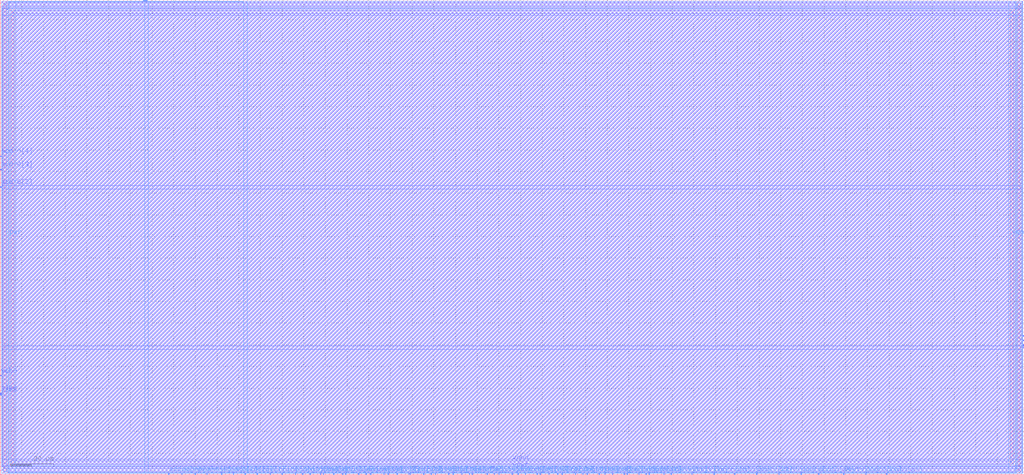
<source format=lef>
VERSION 5.4 ;
NAMESCASESENSITIVE ON ;
BUSBITCHARS "[]" ;
DIVIDERCHAR "/" ;
UNITS
  DATABASE MICRONS 2000 ;
END UNITS
MACRO sram_1rw0r0w_32_256_sky130
   CLASS BLOCK ;
   SIZE 472.3 BY 219.34 ;
   SYMMETRY X Y R90 ;
   PIN din0[0]
      DIRECTION INPUT ;
      PORT
         LAYER met4 ;
         RECT  112.88 0.0 113.26 0.38 ;
      END
   END din0[0]
   PIN din0[1]
      DIRECTION INPUT ;
      PORT
         LAYER met4 ;
         RECT  118.32 0.0 118.7 0.38 ;
      END
   END din0[1]
   PIN din0[2]
      DIRECTION INPUT ;
      PORT
         LAYER met4 ;
         RECT  124.44 0.0 124.82 0.38 ;
      END
   END din0[2]
   PIN din0[3]
      DIRECTION INPUT ;
      PORT
         LAYER met4 ;
         RECT  129.88 0.0 130.26 0.38 ;
      END
   END din0[3]
   PIN din0[4]
      DIRECTION INPUT ;
      PORT
         LAYER met4 ;
         RECT  136.0 0.0 136.38 0.38 ;
      END
   END din0[4]
   PIN din0[5]
      DIRECTION INPUT ;
      PORT
         LAYER met4 ;
         RECT  142.8 0.0 143.18 0.38 ;
      END
   END din0[5]
   PIN din0[6]
      DIRECTION INPUT ;
      PORT
         LAYER met4 ;
         RECT  147.56 0.0 147.94 0.38 ;
      END
   END din0[6]
   PIN din0[7]
      DIRECTION INPUT ;
      PORT
         LAYER met4 ;
         RECT  153.68 0.0 154.06 0.38 ;
      END
   END din0[7]
   PIN din0[8]
      DIRECTION INPUT ;
      PORT
         LAYER met4 ;
         RECT  159.12 0.0 159.5 0.38 ;
      END
   END din0[8]
   PIN din0[9]
      DIRECTION INPUT ;
      PORT
         LAYER met4 ;
         RECT  165.24 0.0 165.62 0.38 ;
      END
   END din0[9]
   PIN din0[10]
      DIRECTION INPUT ;
      PORT
         LAYER met4 ;
         RECT  170.68 0.0 171.06 0.38 ;
      END
   END din0[10]
   PIN din0[11]
      DIRECTION INPUT ;
      PORT
         LAYER met4 ;
         RECT  176.8 0.0 177.18 0.38 ;
      END
   END din0[11]
   PIN din0[12]
      DIRECTION INPUT ;
      PORT
         LAYER met4 ;
         RECT  182.92 0.0 183.3 0.38 ;
      END
   END din0[12]
   PIN din0[13]
      DIRECTION INPUT ;
      PORT
         LAYER met4 ;
         RECT  188.36 0.0 188.74 0.38 ;
      END
   END din0[13]
   PIN din0[14]
      DIRECTION INPUT ;
      PORT
         LAYER met4 ;
         RECT  195.16 0.0 195.54 0.38 ;
      END
   END din0[14]
   PIN din0[15]
      DIRECTION INPUT ;
      PORT
         LAYER met4 ;
         RECT  200.6 0.0 200.98 0.38 ;
      END
   END din0[15]
   PIN din0[16]
      DIRECTION INPUT ;
      PORT
         LAYER met4 ;
         RECT  206.72 0.0 207.1 0.38 ;
      END
   END din0[16]
   PIN din0[17]
      DIRECTION INPUT ;
      PORT
         LAYER met4 ;
         RECT  212.84 0.0 213.22 0.38 ;
      END
   END din0[17]
   PIN din0[18]
      DIRECTION INPUT ;
      PORT
         LAYER met4 ;
         RECT  217.6 0.0 217.98 0.38 ;
      END
   END din0[18]
   PIN din0[19]
      DIRECTION INPUT ;
      PORT
         LAYER met4 ;
         RECT  224.4 0.0 224.78 0.38 ;
      END
   END din0[19]
   PIN din0[20]
      DIRECTION INPUT ;
      PORT
         LAYER met4 ;
         RECT  229.84 0.0 230.22 0.38 ;
      END
   END din0[20]
   PIN din0[21]
      DIRECTION INPUT ;
      PORT
         LAYER met4 ;
         RECT  235.96 0.0 236.34 0.38 ;
      END
   END din0[21]
   PIN din0[22]
      DIRECTION INPUT ;
      PORT
         LAYER met4 ;
         RECT  242.08 0.0 242.46 0.38 ;
      END
   END din0[22]
   PIN din0[23]
      DIRECTION INPUT ;
      PORT
         LAYER met4 ;
         RECT  247.52 0.0 247.9 0.38 ;
      END
   END din0[23]
   PIN din0[24]
      DIRECTION INPUT ;
      PORT
         LAYER met4 ;
         RECT  252.96 0.0 253.34 0.38 ;
      END
   END din0[24]
   PIN din0[25]
      DIRECTION INPUT ;
      PORT
         LAYER met4 ;
         RECT  259.08 0.0 259.46 0.38 ;
      END
   END din0[25]
   PIN din0[26]
      DIRECTION INPUT ;
      PORT
         LAYER met4 ;
         RECT  265.2 0.0 265.58 0.38 ;
      END
   END din0[26]
   PIN din0[27]
      DIRECTION INPUT ;
      PORT
         LAYER met4 ;
         RECT  270.64 0.0 271.02 0.38 ;
      END
   END din0[27]
   PIN din0[28]
      DIRECTION INPUT ;
      PORT
         LAYER met4 ;
         RECT  276.08 0.0 276.46 0.38 ;
      END
   END din0[28]
   PIN din0[29]
      DIRECTION INPUT ;
      PORT
         LAYER met4 ;
         RECT  282.2 0.0 282.58 0.38 ;
      END
   END din0[29]
   PIN din0[30]
      DIRECTION INPUT ;
      PORT
         LAYER met4 ;
         RECT  287.64 0.0 288.02 0.38 ;
      END
   END din0[30]
   PIN din0[31]
      DIRECTION INPUT ;
      PORT
         LAYER met4 ;
         RECT  294.44 0.0 294.82 0.38 ;
      END
   END din0[31]
   PIN din0[32]
      DIRECTION INPUT ;
      PORT
         LAYER met4 ;
         RECT  299.2 0.0 299.58 0.38 ;
      END
   END din0[32]
   PIN addr0[0]
      DIRECTION INPUT ;
      PORT
         LAYER met4 ;
         RECT  77.52 0.0 77.9 0.38 ;
      END
   END addr0[0]
   PIN addr0[1]
      DIRECTION INPUT ;
      PORT
         LAYER met4 ;
         RECT  83.64 0.0 84.02 0.38 ;
      END
   END addr0[1]
   PIN addr0[2]
      DIRECTION INPUT ;
      PORT
         LAYER met3 ;
         RECT  0.0 132.6 0.38 132.98 ;
      END
   END addr0[2]
   PIN addr0[3]
      DIRECTION INPUT ;
      PORT
         LAYER met3 ;
         RECT  0.0 140.76 0.38 141.14 ;
      END
   END addr0[3]
   PIN addr0[4]
      DIRECTION INPUT ;
      PORT
         LAYER met3 ;
         RECT  0.0 146.88 0.38 147.26 ;
      END
   END addr0[4]
   PIN addr0[5]
      DIRECTION INPUT ;
      PORT
         LAYER met4 ;
         RECT  67.32 218.96 67.7 219.34 ;
      END
   END addr0[5]
   PIN addr0[6]
      DIRECTION INPUT ;
      PORT
         LAYER met4 ;
         RECT  66.64 218.96 67.02 219.34 ;
      END
   END addr0[6]
   PIN addr0[7]
      DIRECTION INPUT ;
      PORT
         LAYER met4 ;
         RECT  65.96 218.96 66.34 219.34 ;
      END
   END addr0[7]
   PIN csb0
      DIRECTION INPUT ;
      PORT
         LAYER met3 ;
         RECT  0.0 36.72 0.38 37.1 ;
      END
   END csb0
   PIN web0
      DIRECTION INPUT ;
      PORT
         LAYER met3 ;
         RECT  0.0 45.56 0.38 45.94 ;
      END
   END web0
   PIN clk0
      DIRECTION INPUT ;
      PORT
         LAYER met3 ;
         RECT  0.0 37.4 0.38 37.78 ;
      END
   END clk0
   PIN wmask0[0]
      DIRECTION INPUT ;
      PORT
         LAYER met4 ;
         RECT  89.76 0.0 90.14 0.38 ;
      END
   END wmask0[0]
   PIN wmask0[1]
      DIRECTION INPUT ;
      PORT
         LAYER met4 ;
         RECT  95.2 0.0 95.58 0.38 ;
      END
   END wmask0[1]
   PIN wmask0[2]
      DIRECTION INPUT ;
      PORT
         LAYER met4 ;
         RECT  102.0 0.0 102.38 0.38 ;
      END
   END wmask0[2]
   PIN wmask0[3]
      DIRECTION INPUT ;
      PORT
         LAYER met4 ;
         RECT  107.44 0.0 107.82 0.38 ;
      END
   END wmask0[3]
   PIN spare_wen0[0]
      DIRECTION INPUT ;
      PORT
         LAYER met4 ;
         RECT  306.0 0.0 306.38 0.38 ;
      END
   END spare_wen0[0]
   PIN dout0[0]
      DIRECTION OUTPUT ;
      PORT
         LAYER met4 ;
         RECT  139.4 0.0 139.78 0.38 ;
      END
   END dout0[0]
   PIN dout0[1]
      DIRECTION OUTPUT ;
      PORT
         LAYER met4 ;
         RECT  148.92 0.0 149.3 0.38 ;
      END
   END dout0[1]
   PIN dout0[2]
      DIRECTION OUTPUT ;
      PORT
         LAYER met4 ;
         RECT  157.76 0.0 158.14 0.38 ;
      END
   END dout0[2]
   PIN dout0[3]
      DIRECTION OUTPUT ;
      PORT
         LAYER met4 ;
         RECT  168.64 0.0 169.02 0.38 ;
      END
   END dout0[3]
   PIN dout0[4]
      DIRECTION OUTPUT ;
      PORT
         LAYER met4 ;
         RECT  178.84 0.0 179.22 0.38 ;
      END
   END dout0[4]
   PIN dout0[5]
      DIRECTION OUTPUT ;
      PORT
         LAYER met4 ;
         RECT  189.04 0.0 189.42 0.38 ;
      END
   END dout0[5]
   PIN dout0[6]
      DIRECTION OUTPUT ;
      PORT
         LAYER met4 ;
         RECT  198.56 0.0 198.94 0.38 ;
      END
   END dout0[6]
   PIN dout0[7]
      DIRECTION OUTPUT ;
      PORT
         LAYER met4 ;
         RECT  208.76 0.0 209.14 0.38 ;
      END
   END dout0[7]
   PIN dout0[8]
      DIRECTION OUTPUT ;
      PORT
         LAYER met4 ;
         RECT  216.24 0.0 216.62 0.38 ;
      END
   END dout0[8]
   PIN dout0[9]
      DIRECTION OUTPUT ;
      PORT
         LAYER met4 ;
         RECT  227.8 0.0 228.18 0.38 ;
      END
   END dout0[9]
   PIN dout0[10]
      DIRECTION OUTPUT ;
      PORT
         LAYER met4 ;
         RECT  238.68 0.0 239.06 0.38 ;
      END
   END dout0[10]
   PIN dout0[11]
      DIRECTION OUTPUT ;
      PORT
         LAYER met4 ;
         RECT  248.88 0.0 249.26 0.38 ;
      END
   END dout0[11]
   PIN dout0[12]
      DIRECTION OUTPUT ;
      PORT
         LAYER met4 ;
         RECT  257.04 0.0 257.42 0.38 ;
      END
   END dout0[12]
   PIN dout0[13]
      DIRECTION OUTPUT ;
      PORT
         LAYER met4 ;
         RECT  268.6 0.0 268.98 0.38 ;
      END
   END dout0[13]
   PIN dout0[14]
      DIRECTION OUTPUT ;
      PORT
         LAYER met4 ;
         RECT  278.8 0.0 279.18 0.38 ;
      END
   END dout0[14]
   PIN dout0[15]
      DIRECTION OUTPUT ;
      PORT
         LAYER met4 ;
         RECT  289.0 0.0 289.38 0.38 ;
      END
   END dout0[15]
   PIN dout0[16]
      DIRECTION OUTPUT ;
      PORT
         LAYER met4 ;
         RECT  297.84 0.0 298.22 0.38 ;
      END
   END dout0[16]
   PIN dout0[17]
      DIRECTION OUTPUT ;
      PORT
         LAYER met4 ;
         RECT  309.4 0.0 309.78 0.38 ;
      END
   END dout0[17]
   PIN dout0[18]
      DIRECTION OUTPUT ;
      PORT
         LAYER met4 ;
         RECT  318.92 0.0 319.3 0.38 ;
      END
   END dout0[18]
   PIN dout0[19]
      DIRECTION OUTPUT ;
      PORT
         LAYER met4 ;
         RECT  329.12 0.0 329.5 0.38 ;
      END
   END dout0[19]
   PIN dout0[20]
      DIRECTION OUTPUT ;
      PORT
         LAYER met4 ;
         RECT  338.64 0.0 339.02 0.38 ;
      END
   END dout0[20]
   PIN dout0[21]
      DIRECTION OUTPUT ;
      PORT
         LAYER met4 ;
         RECT  348.84 0.0 349.22 0.38 ;
      END
   END dout0[21]
   PIN dout0[22]
      DIRECTION OUTPUT ;
      PORT
         LAYER met4 ;
         RECT  359.04 0.0 359.42 0.38 ;
      END
   END dout0[22]
   PIN dout0[23]
      DIRECTION OUTPUT ;
      PORT
         LAYER met4 ;
         RECT  369.24 0.0 369.62 0.38 ;
      END
   END dout0[23]
   PIN dout0[24]
      DIRECTION OUTPUT ;
      PORT
         LAYER met4 ;
         RECT  377.4 0.0 377.78 0.38 ;
      END
   END dout0[24]
   PIN dout0[25]
      DIRECTION OUTPUT ;
      PORT
         LAYER met4 ;
         RECT  388.96 0.0 389.34 0.38 ;
      END
   END dout0[25]
   PIN dout0[26]
      DIRECTION OUTPUT ;
      PORT
         LAYER met4 ;
         RECT  399.16 0.0 399.54 0.38 ;
      END
   END dout0[26]
   PIN dout0[27]
      DIRECTION OUTPUT ;
      PORT
         LAYER met4 ;
         RECT  408.68 0.0 409.06 0.38 ;
      END
   END dout0[27]
   PIN dout0[28]
      DIRECTION OUTPUT ;
      PORT
         LAYER met3 ;
         RECT  471.92 58.48 472.3 58.86 ;
      END
   END dout0[28]
   PIN dout0[29]
      DIRECTION OUTPUT ;
      PORT
         LAYER met3 ;
         RECT  471.92 59.16 472.3 59.54 ;
      END
   END dout0[29]
   PIN dout0[30]
      DIRECTION OUTPUT ;
      PORT
         LAYER met3 ;
         RECT  471.92 63.92 472.3 64.3 ;
      END
   END dout0[30]
   PIN dout0[31]
      DIRECTION OUTPUT ;
      PORT
         LAYER met3 ;
         RECT  471.92 59.84 472.3 60.22 ;
      END
   END dout0[31]
   PIN dout0[32]
      DIRECTION OUTPUT ;
      PORT
         LAYER met3 ;
         RECT  471.92 61.88 472.3 62.26 ;
      END
   END dout0[32]
   PIN vpwr
      DIRECTION INOUT ;
      USE POWER ; 
      SHAPE ABUTMENT ; 
      PORT
         LAYER met4 ;
         RECT  469.2 1.36 470.94 217.98 ;
         LAYER met3 ;
         RECT  1.36 216.24 470.94 217.98 ;
         LAYER met3 ;
         RECT  1.36 1.36 470.94 3.1 ;
         LAYER met4 ;
         RECT  1.36 1.36 3.1 217.98 ;
      END
   END vpwr
   PIN vgnd
      DIRECTION INOUT ;
      USE GROUND ; 
      SHAPE ABUTMENT ; 
      PORT
         LAYER met4 ;
         RECT  4.76 4.76 6.5 214.58 ;
         LAYER met3 ;
         RECT  4.76 212.84 467.54 214.58 ;
         LAYER met3 ;
         RECT  4.76 4.76 467.54 6.5 ;
         LAYER met4 ;
         RECT  465.8 4.76 467.54 214.58 ;
      END
   END vgnd
   OBS
   LAYER  met1 ;
      RECT  0.62 0.62 471.68 218.72 ;
   LAYER  met2 ;
      RECT  0.62 0.62 471.68 218.72 ;
   LAYER  met3 ;
      RECT  0.98 132.0 471.68 133.58 ;
      RECT  0.62 133.58 0.98 140.16 ;
      RECT  0.62 141.74 0.98 146.28 ;
      RECT  0.62 46.54 0.98 132.0 ;
      RECT  0.62 38.38 0.98 44.96 ;
      RECT  0.98 57.88 471.32 59.46 ;
      RECT  0.98 59.46 471.32 132.0 ;
      RECT  471.32 64.9 471.68 132.0 ;
      RECT  471.32 60.82 471.68 61.28 ;
      RECT  471.32 62.86 471.68 63.32 ;
      RECT  0.98 218.58 471.54 218.72 ;
      RECT  471.54 133.58 471.68 215.64 ;
      RECT  471.54 215.64 471.68 218.58 ;
      RECT  471.54 218.58 471.68 218.72 ;
      RECT  0.62 147.86 0.76 215.64 ;
      RECT  0.62 215.64 0.76 218.58 ;
      RECT  0.62 218.58 0.76 218.72 ;
      RECT  0.76 147.86 0.98 215.64 ;
      RECT  0.76 218.58 0.98 218.72 ;
      RECT  0.62 0.62 0.76 0.76 ;
      RECT  0.62 0.76 0.76 3.7 ;
      RECT  0.62 3.7 0.76 36.12 ;
      RECT  0.76 0.62 0.98 0.76 ;
      RECT  0.76 3.7 0.98 36.12 ;
      RECT  0.98 0.62 471.32 0.76 ;
      RECT  471.32 0.62 471.54 0.76 ;
      RECT  471.32 3.7 471.54 57.88 ;
      RECT  471.54 0.62 471.68 0.76 ;
      RECT  471.54 0.76 471.68 3.7 ;
      RECT  471.54 3.7 471.68 57.88 ;
      RECT  0.98 133.58 4.16 212.24 ;
      RECT  0.98 212.24 4.16 215.18 ;
      RECT  0.98 215.18 4.16 215.64 ;
      RECT  4.16 133.58 468.14 212.24 ;
      RECT  4.16 215.18 468.14 215.64 ;
      RECT  468.14 133.58 471.54 212.24 ;
      RECT  468.14 212.24 471.54 215.18 ;
      RECT  468.14 215.18 471.54 215.64 ;
      RECT  0.98 3.7 4.16 4.16 ;
      RECT  0.98 4.16 4.16 7.1 ;
      RECT  0.98 7.1 4.16 57.88 ;
      RECT  4.16 3.7 468.14 4.16 ;
      RECT  4.16 7.1 468.14 57.88 ;
      RECT  468.14 3.7 471.32 4.16 ;
      RECT  468.14 4.16 471.32 7.1 ;
      RECT  468.14 7.1 471.32 57.88 ;
   LAYER  met4 ;
      RECT  112.28 0.98 113.86 218.72 ;
      RECT  113.86 0.62 117.72 0.98 ;
      RECT  119.3 0.62 123.84 0.98 ;
      RECT  125.42 0.62 129.28 0.98 ;
      RECT  130.86 0.62 135.4 0.98 ;
      RECT  143.78 0.62 146.96 0.98 ;
      RECT  160.1 0.62 164.64 0.98 ;
      RECT  171.66 0.62 176.2 0.98 ;
      RECT  183.9 0.62 187.76 0.98 ;
      RECT  201.58 0.62 206.12 0.98 ;
      RECT  218.58 0.62 223.8 0.98 ;
      RECT  230.82 0.62 235.36 0.98 ;
      RECT  243.06 0.62 246.92 0.98 ;
      RECT  260.06 0.62 264.6 0.98 ;
      RECT  271.62 0.62 275.48 0.98 ;
      RECT  283.18 0.62 287.04 0.98 ;
      RECT  78.5 0.62 83.04 0.98 ;
      RECT  66.72 0.98 68.3 218.36 ;
      RECT  68.3 0.98 112.28 218.36 ;
      RECT  68.3 218.36 112.28 218.72 ;
      RECT  84.62 0.62 89.16 0.98 ;
      RECT  90.74 0.62 94.6 0.98 ;
      RECT  96.18 0.62 101.4 0.98 ;
      RECT  102.98 0.62 106.84 0.98 ;
      RECT  108.42 0.62 112.28 0.98 ;
      RECT  300.18 0.62 305.4 0.98 ;
      RECT  136.98 0.62 138.8 0.98 ;
      RECT  140.38 0.62 142.2 0.98 ;
      RECT  149.9 0.62 153.08 0.98 ;
      RECT  154.66 0.62 157.16 0.98 ;
      RECT  166.22 0.62 168.04 0.98 ;
      RECT  169.62 0.62 170.08 0.98 ;
      RECT  177.78 0.62 178.24 0.98 ;
      RECT  179.82 0.62 182.32 0.98 ;
      RECT  190.02 0.62 194.56 0.98 ;
      RECT  196.14 0.62 197.96 0.98 ;
      RECT  199.54 0.62 200.0 0.98 ;
      RECT  207.7 0.62 208.16 0.98 ;
      RECT  209.74 0.62 212.24 0.98 ;
      RECT  213.82 0.62 215.64 0.98 ;
      RECT  225.38 0.62 227.2 0.98 ;
      RECT  228.78 0.62 229.24 0.98 ;
      RECT  236.94 0.62 238.08 0.98 ;
      RECT  239.66 0.62 241.48 0.98 ;
      RECT  249.86 0.62 252.36 0.98 ;
      RECT  253.94 0.62 256.44 0.98 ;
      RECT  258.02 0.62 258.48 0.98 ;
      RECT  266.18 0.62 268.0 0.98 ;
      RECT  269.58 0.62 270.04 0.98 ;
      RECT  277.06 0.62 278.2 0.98 ;
      RECT  279.78 0.62 281.6 0.98 ;
      RECT  289.98 0.62 293.84 0.98 ;
      RECT  295.42 0.62 297.24 0.98 ;
      RECT  306.98 0.62 308.8 0.98 ;
      RECT  310.38 0.62 318.32 0.98 ;
      RECT  319.9 0.62 328.52 0.98 ;
      RECT  330.1 0.62 338.04 0.98 ;
      RECT  339.62 0.62 348.24 0.98 ;
      RECT  349.82 0.62 358.44 0.98 ;
      RECT  360.02 0.62 368.64 0.98 ;
      RECT  370.22 0.62 376.8 0.98 ;
      RECT  378.38 0.62 388.36 0.98 ;
      RECT  389.94 0.62 398.56 0.98 ;
      RECT  400.14 0.62 408.08 0.98 ;
      RECT  113.86 218.58 468.6 218.72 ;
      RECT  468.6 218.58 471.54 218.72 ;
      RECT  471.54 0.98 471.68 218.58 ;
      RECT  471.54 218.58 471.68 218.72 ;
      RECT  409.66 0.62 468.6 0.76 ;
      RECT  409.66 0.76 468.6 0.98 ;
      RECT  468.6 0.62 471.54 0.76 ;
      RECT  471.54 0.62 471.68 0.76 ;
      RECT  471.54 0.76 471.68 0.98 ;
      RECT  0.62 0.62 0.76 0.76 ;
      RECT  0.62 0.76 0.76 0.98 ;
      RECT  0.76 0.62 3.7 0.76 ;
      RECT  3.7 0.62 76.92 0.76 ;
      RECT  3.7 0.76 76.92 0.98 ;
      RECT  0.62 0.98 0.76 218.36 ;
      RECT  0.62 218.36 0.76 218.58 ;
      RECT  0.62 218.58 0.76 218.72 ;
      RECT  0.76 218.58 3.7 218.72 ;
      RECT  3.7 218.36 65.36 218.58 ;
      RECT  3.7 218.58 65.36 218.72 ;
      RECT  3.7 0.98 4.16 4.16 ;
      RECT  3.7 4.16 4.16 215.18 ;
      RECT  3.7 215.18 4.16 218.36 ;
      RECT  4.16 0.98 7.1 4.16 ;
      RECT  4.16 215.18 7.1 218.36 ;
      RECT  7.1 0.98 66.72 4.16 ;
      RECT  7.1 4.16 66.72 215.18 ;
      RECT  7.1 215.18 66.72 218.36 ;
      RECT  113.86 0.98 465.2 4.16 ;
      RECT  113.86 4.16 465.2 215.18 ;
      RECT  113.86 215.18 465.2 218.58 ;
      RECT  465.2 0.98 468.14 4.16 ;
      RECT  465.2 215.18 468.14 218.58 ;
      RECT  468.14 0.98 468.6 4.16 ;
      RECT  468.14 4.16 468.6 215.18 ;
      RECT  468.14 215.18 468.6 218.58 ;
   END
END    sram_1rw0r0w_32_256_sky130
END    LIBRARY

</source>
